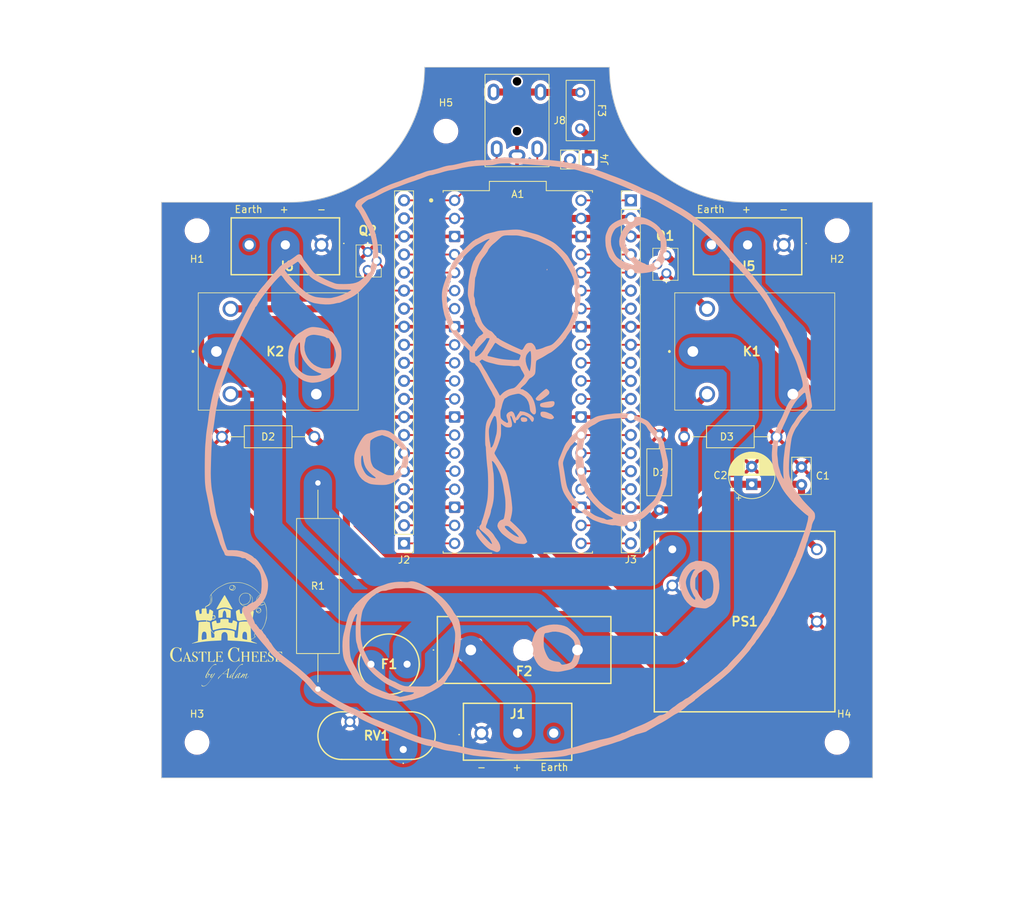
<source format=kicad_pcb>
(kicad_pcb (version 20221018) (generator pcbnew)
  (layers (0 "F.Cu" signal) (31 "B.Cu" signal) (34 "B.Paste" user) (35 "F.Paste" user) (36 "B.SilkS" user "B.Silkscreen") (37 "F.SilkS" user "F.Silkscreen") (38 "B.Mask" user) (39 "F.Mask" user) (44 "Edge.Cuts" user))
  (net 0 "")
  (net 1 "+3V3")
  (net 2 "GND")
  (net 3 "VAC")
  (net 4 "Net-(F1-Pad2)")
  (net 5 "Net-(A1-GP2)")
  (net 6 "Net-(A1-GP3)")
  (net 7 "Net-(A1-GP5)")
  (net 8 "Net-(A1-GP6)")
  (net 9 "Net-(A1-GP7)")
  (net 10 "Net-(A1-GP8)")
  (net 11 "Net-(A1-GP9)")
  (net 12 "Net-(A1-GP10)")
  (net 13 "Net-(A1-GP11)")
  (net 14 "Net-(A1-GP12)")
  (net 15 "Net-(A1-GP13)")
  (net 16 "Net-(A1-GP14)")
  (net 17 "TX")
  (net 18 "RX")
  (net 19 "3V3_EN")
  (net 20 "3V3_OUT")
  (net 21 "ADC_VREF")
  (net 22 "Net-(A1-GP15)")
  (net 23 "RUN")
  (net 24 "Net-(A1-GP16)")
  (net 25 "Net-(A1-GP17)")
  (net 26 "Net-(A1-GP18)")
  (net 27 "Net-(A1-GP19)")
  (net 28 "Net-(A1-GP20)")
  (net 29 "Net-(A1-GP21)")
  (net 30 "Heating")
  (net 31 "Cooling")
  (net 32 "VBUS")
  (net 33 "NEUT")
  (net 34 "Net-(A1-GP22)")
  (net 35 "Net-(A1-GP26)")
  (net 36 "Net-(A1-GP28)")
  (net 37 "Net-(J1-Pin_2)")
  (net 38 "Earth")
  (net 39 "Net-(J4-Pin_1)")
  (net 40 "Net-(J5-Pin_2)")
  (net 41 "Net-(J6-Pin_2)")
  (net 42 "Net-(K1-COIL_2)")
  (net 43 "Net-(K2-COIL_2)")
  (net 44 "Net-(F3-Pad1)")
  (net 45 "Net-(PS1-AC(N))")
  (footprint "KiCad2:1760520000" (layer "F.Cu") (at 137.5 75 180)
    (fp_text reference "J5" (at 5.08 -3) (layer "F.SilkS") (effects (font (size 1.27 1.27) (thickness 0.254))))
    (fp_text value "Screw_Terminal_01x03" hide)
    (pad "1" thru_hole circle (at 0 0 180) (size 1.95 1.95) (drill 1.3) (layers "*.Cu" "*.Mask") (net 33 "NEUT"))
    (pad "2" thru_hole circle (at 5.08 0 180) (size 1.95 1.95) (drill 1.3) (layers "*.Cu" "*.Mask") (net 40 "Net-(J5-Pin_2)"))
    (pad "3" thru_hole circle (at 10.16 0 180) (size 1.95 1.95) (drill 1.3) (layers "*.Cu" "*.Mask") (net 38 "Earth"))
  )
  (footprint "MountingHole:MountingHole_3mm" (layer "F.Cu") (at 90 59)
    (fp_text reference "H5" (at 0 -4) (layer "F.SilkS"))
    (fp_text value "MountingHole")
    (pad "" np_thru_hole circle (at 0 0) (size 3 3) (drill 3) (layers "*.Cu" "*.Mask"))
  )
  (footprint "MountingHole:MountingHole_3mm" (layer "F.Cu") (at 145 145)
    (fp_text reference "H4" (at 1 -4) (layer "F.SilkS"))
    (fp_text value "MountingHole")
    (pad "" np_thru_hole circle (at 0 0) (size 3 3) (drill 3) (layers "*.Cu" "*.Mask"))
  )
  (footprint "KiCad2:1760520000" (layer "F.Cu") (at 72.5 75 180)
    (fp_text reference "J6" (at 5 -3) (layer "F.SilkS") (effects (font (size 1.27 1.27) (thickness 0.254))))
    (fp_text value "Screw_Terminal_01x03" hide)
    (pad "1" thru_hole circle (at 0 0 180) (size 1.95 1.95) (drill 1.3) (layers "*.Cu" "*.Mask") (net 33 "NEUT"))
    (pad "2" thru_hole circle (at 5.08 0 180) (size 1.95 1.95) (drill 1.3) (layers "*.Cu" "*.Mask") (net 41 "Net-(J6-Pin_2)"))
    (pad "3" thru_hole circle (at 10.16 0 180) (size 1.95 1.95) (drill 1.3) (layers "*.Cu" "*.Mask") (net 38 "Earth"))
  )
  (footprint "Connector_PinHeader_2.54mm:PinHeader_1x02_P2.54mm_Vertical" (layer "F.Cu") (at 110 63 -90)
    (fp_text reference "J4" (at 0 -2.33 90) (layer "F.SilkS"))
    (fp_text value "Conn_01x02_Female")
    (pad "1" thru_hole rect (at 0 0 270) (size 1.7 1.7) (drill 1) (layers "*.Cu" "*.Mask") (net 39 "Net-(J4-Pin_1)"))
    (pad "2" thru_hole oval (at 0 2.54 270) (size 1.7 1.7) (drill 1) (layers "*.Cu" "*.Mask") (net 1 "+3V3"))
  )
  (footprint "KiCad5:BS270" (layer "F.Cu") (at 79 76 -90)
    (fp_text reference "Q2" (at -3 0 180) (layer "F.SilkS") (effects (font (size 1.27 1.27) (thickness 0.254))))
    (fp_text value "2N7000" hide)
    (pad "1" thru_hole circle (at 0 0 270) (size 1.4 1.4) (drill 0.9) (layers "*.Cu" "*.Mask") (net 2 "GND"))
    (pad "2" thru_hole circle (at 1.27 -1.27 270) (size 1.4 1.4) (drill 0.9) (layers "*.Cu" "*.Mask") (net 31 "Cooling"))
    (pad "3" thru_hole circle (at 2.54 0 270) (size 1.4 1.4) (drill 0.9) (layers "*.Cu" "*.Mask") (net 43 "Net-(K2-COIL_2)"))
  )
  (footprint "KiCad3:B72214P2351K101" (layer "F.Cu") (at 84 146 180)
    (fp_text reference "RV1" (at 3.75 1.95) (layer "F.SilkS") (effects (font (size 1.27 1.27) (thickness 0.254))))
    (fp_text value "Varistor" hide)
    (pad "1" thru_hole rect (at 0 0 180) (size 1.5 1.5) (drill 1) (layers "*.Cu" "*.Mask") (net 4 "Net-(F1-Pad2)"))
    (pad "2" thru_hole circle (at 7.5 3.9 180) (size 1.5 1.5) (drill 1) (layers "*.Cu" "*.Mask") (net 33 "NEUT"))
  )
  (footprint "KiCad2:1760520000" (layer "F.Cu") (at 95 143.7)
    (fp_text reference "J1" (at 5.08 -2.7) (layer "F.SilkS") (effects (font (size 1.27 1.27) (thickness 0.254))))
    (fp_text value "Screw_Terminal_01x03" hide)
    (pad "1" thru_hole circle (at 0 0) (size 1.95 1.95) (drill 1.3) (layers "*.Cu" "*.Mask") (net 33 "NEUT"))
    (pad "2" thru_hole circle (at 5.08 0) (size 1.95 1.95) (drill 1.3) (layers "*.Cu" "*.Mask") (net 37 "Net-(J1-Pin_2)"))
    (pad "3" thru_hole circle (at 10.16 0) (size 1.95 1.95) (drill 1.3) (layers "*.Cu" "*.Mask") (net 38 "Earth"))
  )
  (footprint "Capacitor_THT:C_Disc_D5.0mm_W2.5mm_P2.50mm" (layer "F.Cu") (at 140 108.75 90)
    (fp_text reference "C1" (at 1.25 3 180) (layer "F.SilkS"))
    (fp_text value "1uF")
    (pad "1" thru_hole circle (at 0 0 90) (size 1.6 1.6) (drill 0.8) (layers "*.Cu" "*.Mask") (net 1 "+3V3"))
    (pad "2" thru_hole circle (at 2.5 0 90) (size 1.6 1.6) (drill 0.8) (layers "*.Cu" "*.Mask") (net 2 "GND"))
  )
  (footprint "Connector_PinHeader_2.54mm:PinHeader_1x20_P2.54mm_Vertical" (layer "F.Cu") (at 84.11 116.995 180)
    (fp_text reference "J2" (at 0 -2.33 180) (layer "F.SilkS"))
    (fp_text value "Conn_01x20_Female")
    (pad "1" thru_hole rect (at 0 0 180) (size 1.7 1.7) (drill 1) (layers "*.Cu" "*.Mask") (net 22 "Net-(A1-GP15)"))
    (pad "2" thru_hole oval (at 0 2.54 180) (size 1.7 1.7) (drill 1) (layers "*.Cu" "*.Mask") (net 16 "Net-(A1-GP14)"))
    (pad "3" thru_hole oval (at 0 5.08 180) (size 1.7 1.7) (drill 1) (layers "*.Cu" "*.Mask") (net 2 "GND"))
    (pad "4" thru_hole oval (at 0 7.62 180) (size 1.7 1.7) (drill 1) (layers "*.Cu" "*.Mask") (net 15 "Net-(A1-GP13)"))
    (pad "5" thru_hole oval (at 0 10.16 180) (size 1.7 1.7) (drill 1) (layers "*.Cu" "*.Mask") (net 14 "Net-(A1-GP12)"))
    (pad "6" thru_hole oval (at 0 12.7 180) (size 1.7 1.7) (drill 1) (layers "*.Cu" "*.Mask") (net 13 "Net-(A1-GP11)"))
    (pad "7" thru_hole oval (at 0 15.24 180) (size 1.7 1.7) (drill 1) (layers "*.Cu" "*.Mask") (net 12 "Net-(A1-GP10)"))
    (pad "8" thru_hole oval (at 0 17.78 180) (size 1.7 1.7) (drill 1) (layers "*.Cu" "*.Mask") (net 2 "GND"))
    (pad "9" thru_hole oval (at 0 20.32 180) (size 1.7 1.7) (drill 1) (layers "*.Cu" "*.Mask") (net 11 "Net-(A1-GP9)"))
    (pad "10" thru_hole oval (at 0 22.86 180) (size 1.7 1.7) (drill 1) (layers "*.Cu" "*.Mask") (net 10 "Net-(A1-GP8)"))
    (pad "11" thru_hole oval (at 0 25.4 180) (size 1.7 1.7) (drill 1) (layers "*.Cu" "*.Mask") (net 9 "Net-(A1-GP7)"))
    (pad "12" thru_hole oval (at 0 27.94 180) (size 1.7 1.7) (drill 1) (layers "*.Cu" "*.Mask") (net 8 "Net-(A1-GP6)"))
    (pad "13" thru_hole oval (at 0 30.48 180) (size 1.7 1.7) (drill 1) (layers "*.Cu" "*.Mask") (net 2 "GND"))
    (pad "14" thru_hole oval (at 0 33.02 180) (size 1.7 1.7) (drill 1) (layers "*.Cu" "*.Mask") (net 7 "Net-(A1-GP5)"))
    (pad "15" thru_hole oval (at 0 35.56 180) (size 1.7 1.7) (drill 1) (layers "*.Cu" "*.Mask") (net 31 "Cooling"))
    (pad "16" thru_hole oval (at 0 38.1 180) (size 1.7 1.7) (drill 1) (layers "*.Cu" "*.Mask") (net 6 "Net-(A1-GP3)"))
    (pad "17" thru_hole oval (at 0 40.64 180) (size 1.7 1.7) (drill 1) (layers "*.Cu" "*.Mask") (net 5 "Net-(A1-GP2)"))
    (pad "18" thru_hole oval (at 0 43.18 180) (size 1.7 1.7) (drill 1) (layers "*.Cu" "*.Mask") (net 2 "GND"))
    (pad "19" thru_hole oval (at 0 45.72 180) (size 1.7 1.7) (drill 1) (layers "*.Cu" "*.Mask") (net 18 "RX"))
    (pad "20" thru_hole oval (at 0 48.26 180) (size 1.7 1.7) (drill 1) (layers "*.Cu" "*.Mask") (net 17 "TX"))
  )
  (footprint "KiCad1:G5LE1A4DC3" (layer "F.Cu") (at 66 90)
    (fp_text reference "K2" (at 0 0) (layer "F.SilkS") (effects (font (size 1.27 1.27) (thickness 0.254))))
    (fp_text value "G5LE-1A4_DC3" hide)
    (pad "1" thru_hole circle (at -8.275 0) (size 2.25 2.25) (drill 1.5) (layers "*.Cu" "*.Mask") (net 3 "VAC"))
    (pad "2" thru_hole circle (at -6.275 6) (size 2.25 2.25) (drill 1.5) (layers "*.Cu" "*.Mask") (net 1 "+3V3"))
    (pad "3" thru_hole circle (at 5.776 6) (size 2.25 2.25) (drill 1.5) (layers "*.Cu" "*.Mask") (net 41 "Net-(J6-Pin_2)"))
    (pad "5" thru_hole circle (at -6.275 -6) (size 2.25 2.25) (drill 1.5) (layers "*.Cu" "*.Mask") (net 43 "Net-(K2-COIL_2)"))
  )
  (footprint "MountingHole:MountingHole_3mm" (layer "F.Cu") (at 55 73)
    (fp_text reference "H1" (at 0 4) (layer "F.SilkS"))
    (fp_text value "MountingHole")
    (pad "" np_thru_hole circle (at 0 0) (size 3 3) (drill 3) (layers "*.Cu" "*.Mask"))
  )
  (footprint "Connector_PinHeader_2.54mm:PinHeader_1x20_P2.54mm_Vertical" (layer "F.Cu") (at 116 68.74)
    (fp_text reference "J3" (at 0 50.54) (layer "F.SilkS"))
    (fp_text value "Conn_01x20_Female")
    (pad "1" thru_hole rect (at 0 0) (size 1.7 1.7) (drill 1) (layers "*.Cu" "*.Mask") (net 32 "VBUS"))
    (pad "2" thru_hole oval (at 0 2.54) (size 1.7 1.7) (drill 1) (layers "*.Cu" "*.Mask") (net 1 "+3V3"))
    (pad "3" thru_hole oval (at 0 5.08) (size 1.7 1.7) (drill 1) (layers "*.Cu" "*.Mask") (net 2 "GND"))
    (pad "4" thru_hole oval (at 0 7.62) (size 1.7 1.7) (drill 1) (layers "*.Cu" "*.Mask") (net 19 "3V3_EN"))
    (pad "5" thru_hole oval (at 0 10.16) (size 1.7 1.7) (drill 1) (layers "*.Cu" "*.Mask") (net 20 "3V3_OUT"))
    (pad "6" thru_hole oval (at 0 12.7) (size 1.7 1.7) (drill 1) (layers "*.Cu" "*.Mask") (net 21 "ADC_VREF"))
    (pad "7" thru_hole oval (at 0 15.24) (size 1.7 1.7) (drill 1) (layers "*.Cu" "*.Mask") (net 36 "Net-(A1-GP28)"))
    (pad "8" thru_hole oval (at 0 17.78) (size 1.7 1.7) (drill 1) (layers "*.Cu" "*.Mask") (net 2 "GND"))
    (pad "9" thru_hole oval (at 0 20.32) (size 1.7 1.7) (drill 1) (layers "*.Cu" "*.Mask") (net 30 "Heating"))
    (pad "10" thru_hole oval (at 0 22.86) (size 1.7 1.7) (drill 1) (layers "*.Cu" "*.Mask") (net 35 "Net-(A1-GP26)"))
    (pad "11" thru_hole oval (at 0 25.4) (size 1.7 1.7) (drill 1) (layers "*.Cu" "*.Mask") (net 23 "RUN"))
    (pad "12" thru_hole oval (at 0 27.94) (size 1.7 1.7) (drill 1) (layers "*.Cu" "*.Mask") (net 34 "Net-(A1-GP22)"))
    (pad "13" thru_hole oval (at 0 30.48) (size 1.7 1.7) (drill 1) (layers "*.Cu" "*.Mask") (net 2 "GND"))
    (pad "14" thru_hole oval (at 0 33.02) (size 1.7 1.7) (drill 1) (layers "*.Cu" "*.Mask") (net 29 "Net-(A1-GP21)"))
    (pad "15" thru_hole oval (at 0 35.56) (size 1.7 1.7) (drill 1) (layers "*.Cu" "*.Mask") (net 28 "Net-(A1-GP20)"))
    (pad "16" thru_hole oval (at 0 38.1) (size 1.7 1.7) (drill 1) (layers "*.Cu" "*.Mask") (net 27 "Net-(A1-GP19)"))
    (pad "17" thru_hole oval (at 0 40.64) (size 1.7 1.7) (drill 1) (layers "*.Cu" "*.Mask") (net 26 "Net-(A1-GP18)"))
    (pad "18" thru_hole oval (at 0 43.18) (size 1.7 1.7) (drill 1) (layers "*.Cu" "*.Mask") (net 2 "GND"))
    (pad "19" thru_hole oval (at 0 45.72) (size 1.7 1.7) (drill 1) (layers "*.Cu" "*.Mask") (net 25 "Net-(A1-GP17)"))
    (pad "20" thru_hole oval (at 0 48.26) (size 1.7 1.7) (drill 1) (layers "*.Cu" "*.Mask") (net 24 "Net-(A1-GP16)"))
  )
  (footprint "KiCad:LD0323B03R2" (layer "F.Cu") (at 121.84 117.84)
    (fp_text reference "PS1" (at 10.16 10.16) (layer "F.SilkS") (effects (font (size 1.27 1.27) (thickness 0.254))))
    (fp_text value "LD03-23B03R2" hide)
    (pad "1" thru_hole rect (at 0 0) (size 1.65 1.65) (drill 1.1) (layers "*.Cu" "*.Mask") (net 45 "Net-(PS1-AC(N))"))
    (pad "2" thru_hole circle (at 0 5.08) (size 1.65 1.65) (drill 1.1) (layers "*.Cu" "*.Mask") (net 33 "NEUT"))
    (pad "4" thru_hole circle (at 20.32 10.16) (size 1.65 1.65) (drill 1.1) (layers "*.Cu" "*.Mask") (net 2 "GND"))
    (pad "5" thru_hole circle (at 20.32 0) (size 1.65 1.65) (drill 1.1) (layers "*.Cu" "*.Mask") (net 1 "+3V3"))
  )
  (footprint "SA7:SA7.0A-E3_54" (layer "F.Cu") (at 120 107 -90)
    (fp_text reference "D1" (at 0 0 unlocked) (layer "F.SilkS"))
    (fp_text value "7V")
    (pad "1" thru_hole circle (at 5.3 0 270) (size 1.524 1.524) (drill 0.762) (layers "*.Cu" "*.Mask") (net 1 "+3V3"))
    (pad "2" thru_hole circle (at -5.3 0 270) (size 1.524 1.524) (drill 0.762) (layers "*.Cu" "*.Mask") (net 2 "GND"))
  )
  (footprint "KiCad1:G5LE1A4DC3" (layer "F.Cu") (at 133 90)
    (fp_text reference "K1" (at 0 0) (layer "F.SilkS") (effects (font (size 1.27 1.27) (thickness 0.254))))
    (fp_text value "G5LE-1A4_DC3" hide)
    (pad "1" thru_hole circle (at -8.275 0) (size 2.25 2.25) (drill 1.5) (layers "*.Cu" "*.Mask") (net 3 "VAC"))
    (pad "2" thru_hole circle (at -6.275 6) (size 2.25 2.25) (drill 1.5) (layers "*.Cu" "*.Mask") (net 1 "+3V3"))
    (pad "3" thru_hole circle (at 5.776 6) (size 2.25 2.25) (drill 1.5) (layers "*.Cu" "*.Mask") (net 40 "Net-(J5-Pin_2)"))
    (pad "5" thru_hole circle (at -6.275 -6) (size 2.25 2.25) (drill 1.5) (layers "*.Cu" "*.Mask") (net 42 "Net-(K1-COIL_2)"))
  )
  (footprint "KiCad7:696105003002" (layer "F.Cu") (at 93.5 132)
    (fp_text reference "F2" (at 7.5 3) (layer "F.SilkS") (effects (font (size 1.27 1.27) (thickness 0.254))))
    (fp_text value "Fuse" hide)
    (pad "" np_thru_hole circle (at 7.5 0) (size 2.6 2.6) (drill 2.6) (layers "*.Cu" "*.Mask"))
    (pad "1" thru_hole rect (at 0 0) (size 2.25 2.25) (drill 1.5) (layers "*.Cu" "*.Mask") (net 37 "Net-(J1-Pin_2)"))
    (pad "2" thru_hole circle (at 15 0) (size 2.25 2.25) (drill 1.5) (layers "*.Cu" "*.Mask") (net 3 "VAC"))
  )
  (footprint "39105000000:39105000000" (layer "F.Cu") (at 110.905 51.845 -90)
    (fp_text reference "F3" (at 4.25 -1 -90 unlocked) (layer "F.SilkS"))
    (fp_text value "Fuse")
    (pad "1" thru_hole circle (at 1.71 2 270) (size 1.45 1.45) (drill 0.85) (layers "*.Cu" "*.Mask") (net 44 "Net-(F3-Pad1)"))
    (pad "2" thru_hole circle (at 6.79 2 270) (size 1.45 1.45) (drill 0.85) (layers "*.Cu" "*.Mask") (net 39 "Net-(J4-Pin_1)"))
  )
  (footprint "AC03000003309JACCS:AC03000003309JACCS" (layer "F.Cu") (at 72 123 90)
    (fp_text reference "R1" (at 0 0 unlocked) (layer "F.SilkS"))
    (fp_text value "33R/3W wire-wound")
    (pad "1" thru_hole circle (at 14.5 0 90) (size 1.524 1.524) (drill 0.762) (layers "*.Cu" "*.Mask") (net 45 "Net-(PS1-AC(N))"))
    (pad "2" thru_hole circle (at -14.5 0 90) (size 1.524 1.524) (drill 0.762) (layers "*.Cu" "*.Mask") (net 4 "Net-(F1-Pad2)"))
  )
  (footprint "PCB:Logo" (layer "F.Cu") (at 59 130)
    (fp_text reference "G***" hide)
    (fp_text value "LOGO" hide)
  )
  (footprint "Capacitor_THT:CP_Radial_D6.3mm_P2.50mm" (layer "F.Cu") (at 133 108.68238 90)
    (fp_text reference "C2" (at 1.25 -4.4 180) (layer "F.SilkS"))
    (fp_text value "150uF")
    (pad "1" thru_hole rect (at 0 0 90) (size 1.6 1.6) (drill 0.8) (layers "*.Cu" "*.Mask") (net 1 "+3V3"))
    (pad "2" thru_hole circle (at 2.5 0 90) (size 1.6 1.6) (drill 0.8) (layers "*.Cu" "*.Mask") (net 2 "GND"))
  )
  (footprint "MountingHole:MountingHole_3mm" (layer "F.Cu") (at 145 73)
    (fp_text reference "H2" (at 0 4) (layer "F.SilkS"))
    (fp_text value "MountingHole")
    (pad "" np_thru_hole circle (at 0 0) (size 3 3) (drill 3) (layers "*.Cu" "*.Mask"))
  )
  (footprint "54-00174:54-00174_JACK" (layer "F.Cu") (at 103.5 50 -90)
    (fp_text reference "J8" (at 7.5 -2.5 unlocked) (layer "F.SilkS"))
    (fp_text value "AudioJack4")
    (pad "" np_thru_hole circle (at 2 3.5 270) (size 1.2 1.2) (drill 1.2) (layers "*.Mask"))
    (pad "" np_thru_hole circle (at 9 3.5 270) (size 1.2 1.2) (drill 1.2) (layers "*.Mask"))
    (pad "1" thru_hole oval (at 12.4 3.5) (size 2.35 1.65) (drill oval 1.5 0.8) (layers "*.Cu" "*.Mask") (net 2 "GND"))
    (pad "2" thru_hole oval (at 11.5 0.65 90) (size 2.35 1.65) (drill oval 1.5 0.8) (layers "*.Cu" "*.Mask") (net 18 "RX"))
    (pad "3" thru_hole oval (at 11.5 6.35 90) (size 2.35 1.65) (drill oval 1.5 0.8) (layers "*.Cu" "*.Mask") (net 17 "TX"))
    (pad "4" thru_hole oval (at 3.5 0.2 90) (size 2.35 1.65) (drill oval 1.5 0.8) (layers "*.Cu" "*.Mask") (net 44 "Net-(F3-Pad1)"))
    (pad "4" thru_hole oval (at 3.5 6.8 90) (size 2.35 1.65) (drill oval 1.5 0.8) (layers "*.Cu" "*.Mask") (net 44 "Net-(F3-Pad1)"))
  )
  (footprint "LIB_STPS3L60QRL:DIOAD1300W80L670D310" (layer "F.Cu") (at 65 102 180)
    (fp_text reference "D2" (at 0 0) (layer "F.SilkS"))
    (fp_text value "D_Schottky")
    (pad "1" thru_hole circle (at -6.5 0 180) (size 1.65 1.65) (drill 1.1) (layers "*.Cu" "*.Mask") (net 1 "+3V3"))
    (pad "2" thru_hole circle (at 6.5 0 180) (size 1.65 1.65) (drill 1.1) (layers "*.Cu" "*.Mask") (net 2 "GND"))
  )
  (footprint "KiCad4:38312000000" (layer "F.Cu") (at 84.54 134 180)
    (fp_text reference "F1" (at 2.54 0) (layer "F.SilkS") (effects (font (size 1.27 1.27) (thickness 0.254))))
    (fp_text value "2A/300V, slow-blow" hide)
    (pad "1" thru_hole circle (at 0 0 180) (size 1.5 1.5) (drill 1) (layers "*.Cu" "*.Mask") (net 3 "VAC"))
    (pad "2" thru_hole circle (at 5.08 0 180) (size 1.5 1.5) (drill 1) (layers "*.Cu" "*.Mask") (net 4 "Net-(F1-Pad2)"))
  )
  (footprint "Raspberry_Pi_Pico_W_Kicad_Files-main:MODULE_SC0918" (layer "F.Cu") (at 100.11 92.87)
    (fp_text reference "A1" (at 0 -25) (layer "F.SilkS"))
    (fp_text value "SC0918")
    (pad "1" thru_hole circle (at -8.89 -24.13) (size 1.6 1.6) (drill 1) (layers "*.Cu" "*.Mask") (net 17 "TX"))
    (pad "2" thru_hole circle (at -8.89 -21.59) (size 1.6 1.6) (drill 1) (layers "*.Cu" "*.Mask") (net 18 "RX"))
    (pad "3" thru_hole roundrect (at -8.89 -19.05) (size 1.6 1.6) (drill 1) (layers "*.Cu" "*.Mask") (roundrect_rratio 0.125) (net 2 "GND"))
    (pad "4" thru_hole circle (at -8.89 -16.51) (size 1.6 1.6) (drill 1) (layers "*.Cu" "*.Mask") (net 5 "Net-(A1-GP2)"))
    (pad "5" thru_hole circle (at -8.89 -13.97) (size 1.6 1.6) (drill 1) (layers "*.Cu" "*.Mask") (net 6 "Net-(A1-GP3)"))
    (pad "6" thru_hole circle (at -8.89 -11.43) (size 1.6 1.6) (drill 1) (layers "*.Cu" "*.Mask") (net 31 "Cooling"))
    (pad "7" thru_hole circle (at -8.89 -8.89) (size 1.6 1.6) (drill 1) (layers "*.Cu" "*.Mask") (net 7 "Net-(A1-GP5)"))
    (pad "8" thru_hole roundrect (at -8.89 -6.35) (size 1.6 1.6) (drill 1) (layers "*.Cu" "*.Mask") (roundrect_rratio 0.125) (net 2 "GND"))
    (pad "9" thru_hole circle (at -8.89 -3.81) (size 1.6 1.6) (drill 1) (layers "*.Cu" "*.Mask") (net 8 "Net-(A1-GP6)"))
    (pad "10" thru_hole circle (at -8.89 -1.27) (size 1.6 1.6) (drill 1) (layers "*.Cu" "*.Mask") (net 9 "Net-(A1-GP7)"))
    (pad "11" thru_hole circle (at -8.89 1.27) (size 1.6 1.6) (drill 1) (layers "*.Cu" "*.Mask") (net 10 "Net-(A1-GP8)"))
    (pad "12" thru_hole circle (at -8.89 3.81) (size 1.6 1.6) (drill 1) (layers "*.Cu" "*.Mask") (net 11 "Net-(A1-GP9)"))
    (pad "13" thru_hole roundrect (at -8.89 6.35) (size 1.6 1.6) (drill 1) (layers "*.Cu" "*.Mask") (roundrect_rratio 0.125) (net 2 "GND"))
    (pad "14" thru_hole circle (at -8.89 8.89) (size 1.6 1.6) (drill 1) (layers "*.Cu" "*.Mask") (net 12 "Net-(A1-GP10)"))
    (pad "15" thru_hole circle (at -8.89 11.43) (size 1.6 1.6) (drill 1) (layers "*.Cu" "*.Mask") (net 13 "Net-(A1-GP11)"))
    (pad "16" thru_hole circle (at -8.848119 13.97) (size 1.6 1.6) (drill 1) (layers "*.Cu" "*.Mask") (net 14 "Net-(A1-GP12)"))
    (pad "17" thru_hole circle (at -8.89 16.51) (size 1.6 1.6) (drill 1) (layers "*.Cu" "*.Mask") (net 15 "Net-(A1-GP13)"))
    (pad "18" thru_hole roundrect (at -8.89 19.05) (size 1.6 1.6) (drill 1) (layers "*.Cu" "*.Mask") (roundrect_rratio 0.125) (net 2 "GND"))
    (pad "19" thru_hole circle (at -8.89 21.59) (size 1.6 1.6) (drill 1) (layers "*.Cu" "*.Mask") (net 16 "Net-(A1-GP14)"))
    (pad "20" thru_hole circle (at -8.89 24.13) (size 1.6 1.6) (drill 1) (layers "*.Cu" "*.Mask") (net 22 "Net-(A1-GP15)"))
    (pad "21" thru_hole circle (at 8.89 24.13) (size 1.6 1.6) (drill 1) (layers "*.Cu" "*.Mask") (net 24 "Net-(A1-GP16)"))
    (pad "22" thru_hole circle (at 8.89 21.59) (size 1.6 1.6) (drill 1) (layers "*.Cu" "*.Mask") (net 25 "Net-(A1-GP17)"))
    (pad "23" thru_hole roundrect (at 8.89 19.05) (size 1.6 1.6) (drill 1) (layers "*.Cu" "*.Mask") (roundrect_rratio 0.125) (net 2 "GND"))
    (pad "24" thru_hole circle (at 8.89 16.51) (size 1.6 1.6) (drill 1) (layers "*.Cu" "*.Mask") (net 26 "Net-(A1-GP18)"))
    (pad "25" thru_hole circle (at 8.89 13.97) (size 1.6 1.6) (drill 1) (layers "*.Cu" "*.Mask") (net 27 "Net-(A1-GP19)"))
    (pad "26" thru_hole circle (at 8.89 11.43) (size 1.6 1.6) (drill 1) (layers "*.Cu" "*.Mask") (net 28 "Net-(A1-GP20)"))
    (pad "27" thru_hole circle (at 8.89 8.89) (size 1.6 1.6) (drill 1) (layers "*.Cu" "*.Mask") (net 29 "Net-(A1-GP21)"))
    (pad "28" thru_hole roundrect (at 8.89 6.35) (size 1.6 1.6) (drill 1) (layers "*.Cu" "*.Mask") (roundrect_rratio 0.125) (net 2 "GND"))
    (pad "29" thru_hole circle (at 8.89 3.81) (size 1.6 1.6) (drill 1) (layers "*.Cu" "*.Mask") (net 34 "Net-(A1-GP22)"))
    (pad "30" thru_hole circle (at 8.89 1.27) (size 1.6 1.6) (drill 1) (layers "*.Cu" "*.Mask") (net 23 "RUN"))
    (pad "31" thru_hole circle (at 8.89 -1.27) (size 1.6 1.6) (drill 1) (layers "*.Cu" "*.Mask") (net 35 "Net-(A1-GP26)"))
    (pad "32" thru_hole circle (at 8.89 -3.81) (size 1.6 1.6) (drill 1) (layers "*.Cu" "*.Mask") (net 30 "Heating"))
    (pad "33" thru_hole roundrect (at 8.89 -6.35) (size 1.6 1.6) (drill 1) (layers "*.Cu" "*.Mask") (roundrect_rratio 0.125) (net 2 "GND"))
    (pad "34" thru_hole circle (at 8.89 -8.89) (size 1.6 1.6) (drill 1) (layers "*.Cu" "*.Mask") (net 36 "Net-(A1-GP28)"))
    (pad "35" thru_hole circle (at 8.89 -11.43) (size 1.6 1.6) (drill 1) (layers "*.Cu" "*.Mask") (net 21 "ADC_VREF"))
    (pad "36" thru_hole circle (at 8.89 -13.97) (size 1.6 1.6) (drill 1) (layers "*.Cu" "*.Mask") (net 20 "3V3_OUT"))
    (pad "37" thru_hole circle (at 8.89 -16.51) (size 1.6 1.6) (drill 1) (layers "*.Cu" "*.Mask") (net 19 "3V3_EN"))
    (pad "38" thru_hole roundrect (at 8.89 -19.05) (size 1.6 1.6) (drill 1) (layers "*.Cu" "*.Mask") (roundrect_rratio 0.125) (net 2 "GND"))
    (pad "39" thru_hole circle (at 8.89 -21.59) (size 1.6 1.6) (drill 1) (layers "*.Cu" "*.Mask") (net 1 "+3V3"))
    (pad "40" thru_hole circle (at 8.89 -24.13) (size 1.6 1.6) (drill 1) (layers "*.Cu" "*.Mask") (net 32 "VBUS"))
  )
  (footprint "KiCad5:BS270" (layer "F.Cu") (at 121 79 90)
    (fp_text reference "Q1" (at 5.27 -0.1675 180) (layer "F.SilkS") (effects (font (size 1.27 1.27) (thickness 0.254))))
    (fp_text value "2N7000" hide)
    (pad "1" thru_hole circle (at 0 0 90) (size 1.4 1.4) (drill 0.9) (layers "*.Cu" "*.Mask") (net 2 "GND"))
    (pad "2" thru_hole circle (at 1.27 -1.27 90) (size 1.4 1.4) (drill 0.9) (layers "*.Cu" "*.Mask") (net 30 "Heating"))
    (pad "3" thru_hole circle (at 2.54 0 90) (size 1.4 1.4) (drill 0.9) (layers "*.Cu" "*.Mask") (net 42 "Net-(K1-COIL_2)"))
  )
  (footprint "LIB_STPS3L60QRL:DIOAD1300W80L670D310" (layer "F.Cu") (at 130 102)
    (fp_text reference "D3" (at -0.5 0) (layer "F.SilkS"))
    (fp_text value "D_Schottky")
    (pad "1" thru_hole circle (at -6.5 0) (size 1.65 1.65) (drill 1.1) (layers "*.Cu" "*.Mask") (net 1 "+3V3"))
    (pad "2" thru_hole circle (at 6.5 0) (size 1.65 1.65) (drill 1.1) (layers "*.Cu" "*.Mask") (net 2 "GND"))
  )
  (footprint "MountingHole:MountingHole_3mm" (layer "F.Cu") (at 55 145)
    (fp_text reference "H3" (at 0 -4) (layer "F.SilkS"))
    (fp_text value "MountingHole")
    (pad "" np_thru_hole circle (at 0 0) (size 3 3) (drill 3) (layers "*.Cu" "*.Mask"))
  )
  (footprint "PCB:Back" (layer "B.Cu") (at 116.955294 129 180)
    (fp_text reference "G***" hide)
    (fp_text value "LOGO" hide)
  )
  (gr_line (start 150 150) (end 50 150) (stroke (width 0.1)) (layer "Edge.Cuts"))
  (gr_arc (start 87 50) (mid 81.435029 63.435029) (end 68 69) (stroke (width 0.1)) (layer "Edge.Cuts"))
  (gr_line (start 87 50) (end 113 50) (stroke (width 0.1)) (layer "Edge.Cuts"))
  (gr_line (start 50 150) (end 50 69) (stroke (width 0.1)) (layer "Edge.Cuts"))
  (gr_line (start 150 69) (end 150 150) (stroke (width 0.1)) (layer "Edge.Cuts"))
  (gr_line (start 50 69) (end 68 69) (stroke (width 0.1)) (layer "Edge.Cuts"))
  (gr_arc (start 132 69) (mid 118.564971 63.435029) (end 113 50) (stroke (width 0.1)) (layer "Edge.Cuts"))
  (gr_line (start 132 69) (end 150 69) (stroke (width 0.1)) (layer "Edge.Cuts"))
  (gr_text "-" (at 95 148.5) (layer "F.SilkS") (effects (font (size 1 1))))
  (gr_text "+" (at 67.25 70) (layer "F.SilkS") (effects (font (size 1 1))))
  (gr_text "-" (at 72.5 70) (layer "F.SilkS") (effects (font (size 1 1))))
  (gr_text "Earth" (at 62.25 70) (layer "F.SilkS") (effects (font (size 1 1))))
  (gr_text "Earth" (at 127.25 70) (layer "F.SilkS") (effects (font (size 1 1))))
  (gr_text "-" (at 137.5 70) (layer "F.SilkS") (effects (font (size 1 1))))
  (gr_text "Earth" (at 105.25 148.5) (layer "F.SilkS") (effects (font (size 1 1))))
  (gr_text "+" (at 132.25 70) (layer "F.SilkS") (effects (font (size 1 1))))
  (gr_text "+" (at 100 148.5) (layer "F.SilkS") (effects (font (size 1 1))))
  (segment (start 104.72 71.28) (end 104.72 65.74) (width 1) (layer "F.Cu") (net 1))
  (segment (start 65.5 96) (end 71.5 102) (width 1) (layer "F.Cu") (net 1))
  (segment (start 119 113.3) (end 120 112.3) (width 1) (layer "F.Cu") (net 1))
  (segment (start 102 74) (end 104.72 71.28) (width 1) (layer "F.Cu") (net 1))
  (segment (start 104.72 65.74) (end 107.46 63) (width 1) (layer "F.Cu") (net 1))
  (segment (start 119 119) (end 119 113.3) (width 1) (layer "F.Cu") (net 1))
  (segment (start 105 120) (end 102 117) (width 1) (layer "F.Cu") (net 1))
  (segment (start 128.31762 108.68238) (end 133 108.68238) (width 1) (layer "F.Cu") (net 1))
  (segment (start 81 120) (end 105 120) (width 1) (layer "F.Cu") (net 1))
  (segment (start 123.5 99.225) (end 126.725 96) (width 1) (layer "F.Cu") (net 1))
  (segment (start 104.72 71.28) (end 109 71.28) (width 1) (layer "F.Cu") (net 1))
  (segment (start 123 112.3) (end 124.7 112.3) (width 1) (layer "F.Cu") (net 1))
  (segment (start 140 115.68) (end 142.16 117.84) (width 1) (layer "F.Cu") (net 1))
  (segment (start 76 106.5) (end 76 115) (width 1) (layer "F.Cu") (net 1))
  (segment (start 105 120) (end 118 120) (width 1) (layer "F.Cu") (net 1))
  (segment (start 123.5 102) (end 123.5 99.225) (width 1) (layer "F.Cu") (net 1))
  (segment (start 71.5 102) (end 76 106.5) (width 1) (layer "F.Cu") (net 1))
  (segment (start 123.5 111.8) (end 123.5 102) (width 1) (layer "F.Cu") (net 1))
  (segment (start 118 120) (end 119 119) (width 1) (layer "F.Cu") (net 1))
  (segment (start 123 112.3) (end 123.5 111.8) (width 1) (layer "F.Cu") (net 1))
  (segment (start 124.7 112.3) (end 128.31762 108.68238) (width 1) (layer "F.Cu") (net 1))
  (segment (start 120 112.3) (end 123 112.3) (width 1) (layer "F.Cu") (net 1))
  (segment (start 140 108.75) (end 140 115.68) (width 1) (layer "F.Cu") (net 1))
  (segment (start 133 108.68238) (end 139.93238 108.68238) (width 1) (layer "F.Cu") (net 1))
  (segment (start 116 71.28) (end 109 71.28) (width 1) (layer "F.Cu") (net 1))
  (segment (start 59.725 96) (end 65.5 96) (width 1) (layer "F.Cu") (net 1))
  (segment (start 102 117) (end 102 74) (width 1) (layer "F.Cu") (net 1))
  (segment (start 76 115) (end 81 120) (width 1) (layer "F.Cu") (net 1))
  (segment (start 128 103) (end 132 99) (width 4) (layer "B.Cu") (net 3))
  (segment (start 122 132) (end 128 126) (width 4) (layer "B.Cu") (net 3))
  (segment (start 65 95) (end 60 90) (width 4) (layer "B.Cu") (net 3))
  (segment (start 76 126) (end 65 115) (width 4) (layer "B.Cu") (net 3))
  (segment (start 108.5 132) (end 122 132) (width 4) (layer "B.Cu") (net 3))
  (segment (start 130 90) (end 124.725 90) (width 4) (layer "B.Cu") (net 3))
  (segment (start 132 99) (end 132 92) (width 4) (layer "B.Cu") (net 3))
  (segment (start 84.54 131.46) (end 90 126) (width 4) (layer "B.Cu") (net 3))
  (segment (start 60 90) (end 57.725 90) (width 4) (layer "B.Cu") (net 3))
  (segment (start 132 92) (end 130 90) (width 4) (layer "B.Cu") (net 3))
  (segment (start 90 126) (end 76 126) (width 4) (layer "B.Cu") (net 3))
  (segment (start 102.5 126) (end 90 126) (width 4) (layer "B.Cu") (net 3))
  (segment (start 128 126) (end 128 103) (width 4) (layer "B.Cu") (net 3))
  (segment (start 108.5 132) (end 102.5 126) (width 4) (layer "B.Cu") (net 3))
  (segment (start 65 115) (end 65 95) (width 4) (layer "B.Cu") (net 3))
  (segment (start 84.54 134) (end 84.54 131.46) (width 4) (layer "B.Cu") (net 3))
  (segment (start 78.5 137.5) (end 72 137.5) (width 4) (layer "B.Cu") (net 4))
  (segment (start 84 143) (end 79.46 138.46) (width 4) (layer "B.Cu") (net 4))
  (segment (start 79.46 138.46) (end 78.5 137.5) (width 4) (layer "B.Cu") (net 4))
  (segment (start 79.46 138.46) (end 79.46 134) (width 4) (layer "B.Cu") (net 4))
  (segment (start 84 146) (end 84 143) (width 4) (layer "B.Cu") (net 4))
  (segment (start 91.22 76.36) (end 84.115 76.36) (width 0.25) (layer "F.Cu") (net 5))
  (segment (start 91.22 78.9) (end 84.115 78.9) (width 0.25) (layer "F.Cu") (net 6))
  (segment (start 84.11 83.975) (end 91.215 83.975) (width 0.25) (layer "F.Cu") (net 7))
  (segment (start 84.11 89.055) (end 91.215 89.055) (width 0.25) (layer "F.Cu") (net 8))
  (segment (start 91.22 91.6) (end 84.115 91.6) (width 0.25) (layer "F.Cu") (net 9))
  (segment (start 84.11 94.135) (end 91.215 94.135) (width 0.25) (layer "F.Cu") (net 10))
  (segment (start 91.22 96.68) (end 84.115 96.68) (width 0.25) (layer "F.Cu") (net 11))
  (segment (start 84.11 101.755) (end 91.215 101.755) (width 0.25) (layer "F.Cu") (net 12))
  (segment (start 91.22 104.3) (end 84.115 104.3) (width 0.25) (layer "F.Cu") (net 13))
  (segment (start 84.11 106.835) (end 91.256881 106.835) (width 0.25) (layer "F.Cu") (net 14))
  (segment (start 91.22 109.38) (end 84.115 109.38) (width 0.25) (layer "F.Cu") (net 15))
  (segment (start 84.11 114.455) (end 91.215 114.455) (width 0.25) (layer "F.Cu") (net 16))
  (segment (start 97.15 62.81) (end 91.22 68.74) (width 0.25) (layer "F.Cu") (net 17))
  (segment (start 84.11 68.735) (end 91.215 68.735) (width 0.25) (layer "F.Cu") (net 17))
  (segment (start 97.15 61.5) (end 97.15 62.81) (width 0.25) (layer "F.Cu") (net 17))
  (segment (start 91.22 71.28) (end 84.115 71.28) (width 0.25) (layer "F.Cu") (net 18))
  (segment (start 94.72 71.28) (end 91.22 71.28) (width 0.25) (layer "F.Cu") (net 18))
  (segment (start 102.85 61.5) (end 102.85 63.15) (width 0.25) (layer "F.Cu") (net 18))
  (segment (start 102.85 63.15) (end 94.72 71.28) (width 0.25) (layer "F.Cu") (net 18))
  (segment (start 109 76.36) (end 116 76.36) (width 0.25) (layer "F.Cu") (net 19))
  (segment (start 116 78.9) (end 109 78.9) (width 0.25) (layer "F.Cu") (net 20))
  (segment (start 109 81.44) (end 116 81.44) (width 0.25) (layer "F.Cu") (net 21))
  (segment (start 91.22 117) (end 84.115 117) (width 0.25) (layer "F.Cu") (net 22))
  (segment (start 116 94.14) (end 109 94.14) (width 0.25) (layer "F.Cu") (net 23))
  (segment (start 109 117) (end 116 117) (width 0.25) (layer "F.Cu") (net 24))
  (segment (start 116 114.46) (end 109 114.46) (width 0.25) (layer "F.Cu") (net 25))
  (segment (start 109 109.38) (end 116 109.38) (width 0.25) (layer "F.Cu") (net 26))
  (segment (start 116 106.84) (end 109 106.84) (width 0.25) (layer "F.Cu") (net 27))
  (segment (start 109 104.3) (end 116 104.3) (width 0.25) (layer "F.Cu") (net 28))
  (segment (start 116 101.76) (end 109 101.76) (width 0.25) (layer "F.Cu") (net 29))
  (segment (start 116 89.06) (end 109 89.06) (width 0.25) (layer "F.Cu") (net 30))
  (segment (start 116 89.06) (end 117.94 89.06) (width 0.25) (layer "F.Cu") (net 30))
  (segment (start 117.94 89.06) (end 119 88) (width 0.25) (layer "F.Cu") (net 30))
  (segment (start 119 88) (end 119 78.46) (width 0.25) (layer "F.Cu") (net 30))
  (segment (start 119 78.46) (end 119.73 77.73) (width 0.25) (layer "F.Cu") (net 30))
  (segment (start 91.22 81.44) (end 84.115 81.44) (width 0.25) (layer "F.Cu") (net 31))
  (segment (start 84.11 81.435) (end 82.435 81.435) (width 0.25) (layer "F.Cu") (net 31))
  (segment (start 81 80) (end 81 78) (width 0.25) (layer "F.Cu") (net 31))
  (segment (start 82.435 81.435) (end 81 80) (width 0.25) (layer "F.Cu") (net 31))
  (segment (start 81 78) (end 80.27 77.27) (width 0.25) (layer "F.Cu") (net 31))
  (segment (start 116 68.74) (end 109 68.74) (width 0.25) (layer "F.Cu") (net 32))
  (segment (start 109 96.68) (end 116 96.68) (width 0.25) (layer "F.Cu") (net 34))
  (segment (start 109 91.6) (end 116 91.6) (width 0.25) (layer "F.Cu") (net 35))
  (segment (start 116 83.98) (end 109 83.98) (width 0.25) (layer "F.Cu") (net 36))
  (segment (start 100.08 143.7) (end 100.08 138.58) (width 4) (layer "B.Cu") (net 37))
  (segment (start 100.08 138.58) (end 93.5 132) (width 4) (layer "B.Cu") (net 37))
  (segment (start 133.3 143.7) (end 146 131) (width 4) (layer "F.Cu") (net 38))
  (segment (start 54 81) (end 60 75) (width 4) (layer "F.Cu") (net 38))
  (segment (start 146 96) (end 127.34 77.34) (width 4) (layer "F.Cu") (net 38))
  (segment (start 130 143.7) (end 130 143) (width 4) (layer "F.Cu") (net 38))
  (segment (start 71 124) (end 54 107) (width 4) (layer "F.Cu") (net 38))
  (segment (start 54 107) (end 54 81) (width 4) (layer "F.Cu") (net 38))
  (segment (start 60 75) (end 62.34 75) (width 4) (layer "F.Cu") (net 38))
  (segment (start 146 131) (end 146 96) (width 4) (layer "F.Cu") (net 38))
  (segment (start 105.16 143.7) (end 130 143.7) (width 4) (layer "F.Cu") (net 38))
  (segment (start 130 143) (end 111 124) (width 4) (layer "F.Cu") (net 38))
  (segment (start 130 143.7) (end 133.3 143.7) (width 4) (layer "F.Cu") (net 38))
  (segment (start 111 124) (end 71 124) (width 4) (layer "F.Cu") (net 38))
  (segment (start 127.34 77.34) (end 127.34 75) (width 4) (layer "F.Cu") (net 38))
  (segment (start 110 63) (end 110 59.73) (width 1) (layer "F.Cu") (net 39))
  (segment (start 110 59.73) (end 108.905 58.635) (width 1) (layer "F.Cu") (net 39))
  (segment (start 138.776 96) (end 138.776 87.776) (width 4) (layer "B.Cu") (net 40))
  (segment (start 138.776 87.776) (end 132.42 81.42) (width 4) (layer "B.Cu") (net 40))
  (segment (start 132.42 81.42) (end 132.42 75) (width 4) (layer "B.Cu") (net 40))
  (segment (start 71.776 96) (end 71.776 87.776) (width 4) (layer "B.Cu") (net 41))
  (segment (start 67.42 83.42) (end 67.42 75) (width 4) (layer "B.Cu") (net 41))
  (segment (start 71.776 87.776) (end 67.42 83.42) (width 4) (layer "B.Cu") (net 41))
  (segment (start 125 82.275) (end 126.725 84) (width 1) (layer "F.Cu") (net 42))
  (segment (start 121 76.46) (end 125 80.46) (width 1) (layer "F.Cu") (net 42))
  (segment (start 125 80.46) (end 125 82.275) (width 1) (layer "F.Cu") (net 42))
  (segment (start 79 80) (end 79 78.54) (width 1) (layer "F.Cu") (net 43))
  (segment (start 75 84) (end 79 80) (width 1) (layer "F.Cu") (net 43))
  (segment (start 59.725 84) (end 75 84) (width 1) (layer "F.Cu") (net 43))
  (segment (start 108.905 53.555) (end 103.355 53.555) (width 1) (layer "F.Cu") (net 44))
  (segment (start 103.3 53.5) (end 96.7 53.5) (width 1) (layer "F.Cu") (net 44))
  (segment (start 72 108.5) (end 72 113) (width 4) (layer "B.Cu") (net 45))
  (segment (start 118.68 121) (end 80 121) (width 4) (layer "B.Cu") (net 45))
  (segment (start 72 113) (end 80 121) (width 4) (layer "B.Cu") (net 45))
  (segment (start 121.84 117.84) (end 118.68 121) (width 4) (layer "B.Cu") (net 45))
  (zone (net 2) (net_name "GND") (layer "F.Cu") (connect_pads (clearance 0.508)) (min_thickness 0.254) (fill yes (thermal_gap 0.508) (thermal_bridge_width 0.508))
    (polygon (pts (xy 155 66) (xy 164 92) (xy 158 135) (xy 151 155) (xy 44 153) (xy 35 79) (xy 71 50) (xy 104 43)))
  )
  (zone (net 33) (net_name "NEUT") (layer "B.Cu") (connect_pads (clearance 0.508)) (min_thickness 0.254) (fill yes (thermal_gap 0.508) (thermal_bridge_width 0.508))
    (polygon (pts (xy 169.295877 66.548909) (xy 171.295877 95.548909) (xy 154 163.548909) (xy 59.859884 166.918827) (xy 29.859884 144.467736) (xy 27.295877 43.548909) (xy 149.295877 40.548909)))
  )
)
</source>
